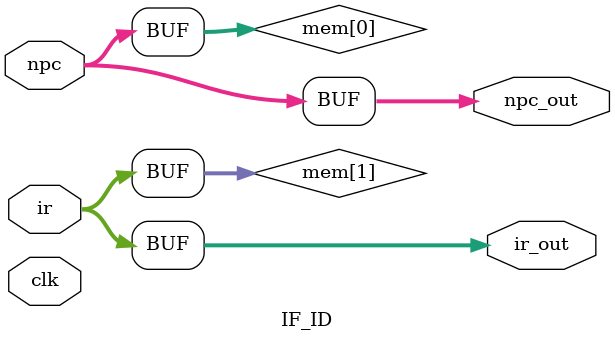
<source format=v>
`timescale 1ns / 1ps


module IF_ID(
    input clk,
    input [31:0] ir,
    input [31:0] npc,
    output [31:0] ir_out,
    output [31:0] npc_out
    );
    
    reg [31:0] mem[1:0];
    
    always @(*)
    begin
         mem[1] = ir;
         mem[0] = npc;
    end
    
    assign ir_out = mem[1];
    assign npc_out = mem[0];
    
        
endmodule

</source>
